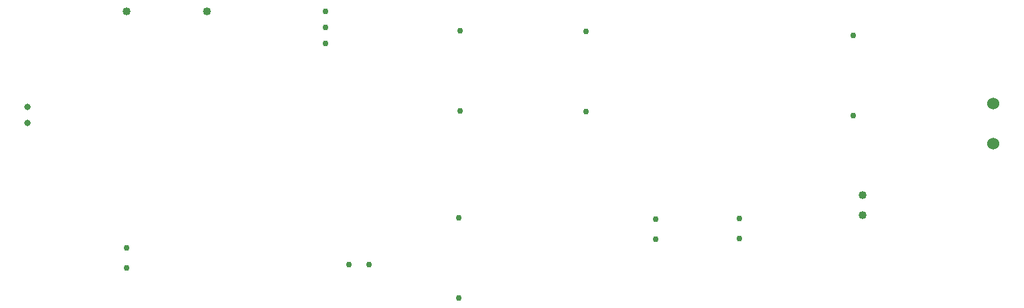
<source format=gbr>
G04 PROTEUS GERBER X2 FILE*
%TF.GenerationSoftware,Labcenter,Proteus,8.17-SP2-Build37159*%
%TF.CreationDate,2024-06-20T16:09:20+00:00*%
%TF.FileFunction,Plated,1,2,PTH*%
%TF.FilePolarity,Positive*%
%TF.Part,Single*%
%TF.SameCoordinates,{d690fe0b-f5ba-4302-a425-257792fcdbd5}*%
%FSLAX45Y45*%
%MOMM*%
G01*
%TA.AperFunction,ComponentDrill*%
%ADD38C,0.762000*%
%TA.AperFunction,ComponentDrill*%
%ADD39C,1.016000*%
%ADD40C,1.524000*%
%ADD41C,0.812800*%
%TD.AperFunction*%
D38*
X-2350000Y+2106800D03*
X-2350000Y+2310000D03*
X-2350000Y+2513200D03*
D39*
X-4866000Y+2510000D03*
X-3850000Y+2510000D03*
D38*
X-4870000Y-481000D03*
X-4870000Y-735000D03*
X-2060000Y-700000D03*
X-1806000Y-700000D03*
X-655000Y+2270000D03*
X-655000Y+1254000D03*
X-665000Y-100000D03*
X-665000Y-1116000D03*
X+940000Y+1244000D03*
X+940000Y+2260000D03*
X+1820000Y-120000D03*
X+1820000Y-374000D03*
X+2880000Y-110000D03*
X+2880000Y-364000D03*
X+4320000Y+1190000D03*
X+4320000Y+2206000D03*
D39*
X+4440000Y-70000D03*
X+4440000Y+184000D03*
D40*
X+6090000Y+1340000D03*
X+6090000Y+839620D03*
D41*
X-6120000Y+1300000D03*
X-6120000Y+1100000D03*
M02*

</source>
